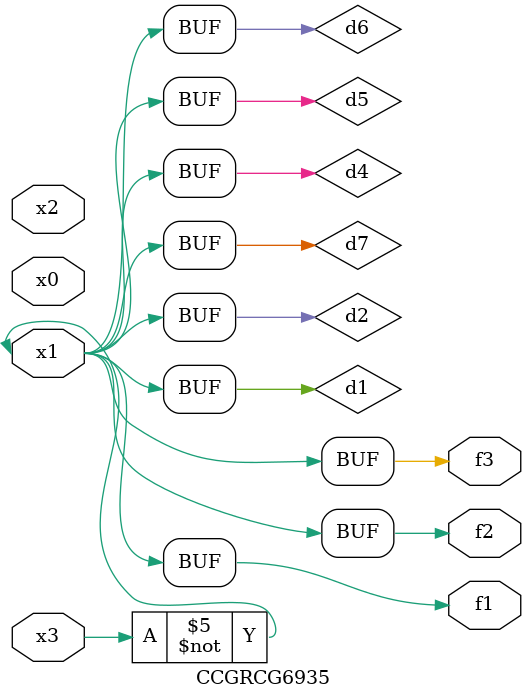
<source format=v>
module CCGRCG6935(
	input x0, x1, x2, x3,
	output f1, f2, f3
);

	wire d1, d2, d3, d4, d5, d6, d7;

	not (d1, x3);
	buf (d2, x1);
	xnor (d3, d1, d2);
	nor (d4, d1);
	buf (d5, d1, d2);
	buf (d6, d4, d5);
	nand (d7, d4);
	assign f1 = d6;
	assign f2 = d7;
	assign f3 = d6;
endmodule

</source>
